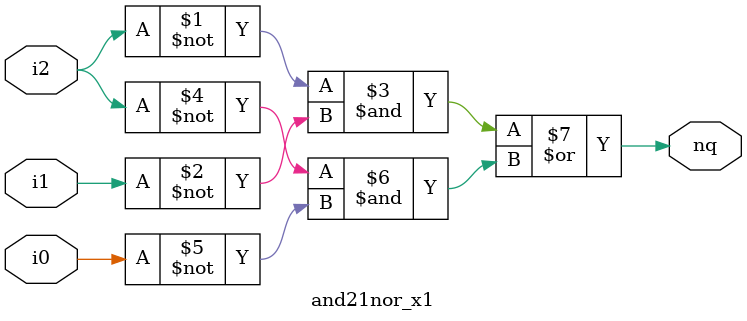
<source format=v>
/*                                                                      */
/*  Avertec Release v3.4p5 (64 bits on Linux 6.7.12+bpo-amd64)          */
/*  [AVT_only] host: fsdev                                              */
/*  [AVT_only] arch: x86_64                                             */
/*  [AVT_only] path: /opt/tasyag-3.4p5/bin/avt_shell                    */
/*  argv:                                                               */
/*                                                                      */
/*  User: verhaegs                                                      */
/*  Generation date Tue Sep 24 13:35:35 2024                            */
/*                                                                      */
/*  Verilog data flow description generated from `and21nor_x1`          */
/*                                                                      */


`timescale 1 ps/1 ps

module and21nor_x1 (nq, i0, i1, i2);

  output nq;
  input  i0;
  input  i1;
  input  i2;


  assign nq = ((~(i2) & ~(i1)) | (~(i2) & ~(i0)));

endmodule

</source>
